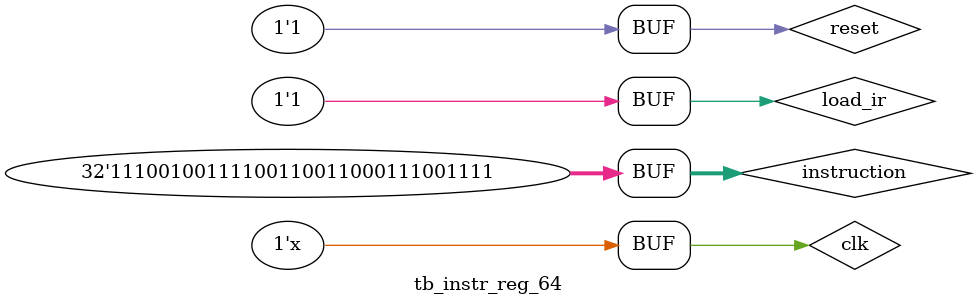
<source format=sv>
`include "../hdl/instr_reg.sv"
`timescale 1ns/1ns

module tb_instr_reg_64;

    // clock and reset
    logic clk;
    logic reset;

    // enable register data read
    logic load_ir;

    // register num
    logic [31:0] instruction;

    // instruction outputs
    logic [31:0] instr_all;
    logic [4:0] instr_25_21;
    logic [4:0] instr_20_16;
    logic [15:0] instr_15_0;

    instr_reg_64 inreg (
        .clk(clk),
        .reset(reset),
        .load_ir(load_ir),
        .instruction(instruction),
        .instr_all(instr_all),
        .instr_25_21(instr_25_21),
        .instr_20_16(instr_20_16),
        .instr_15_0(instr_15_0)
    );

    initial begin
        $monitor("\ntime  = %d\nload  = %b\nreset = %b\ninstr = %b\nall   = %b\n25-21 = %b\n20-16 = %b\n15-0  = %b\n\n===-==-===-==-===", $time, load_ir, reset, instruction, instr_all, instr_25_21, instr_20_16, instr_15_0);

        clk = 0;
        reset = 0;

        #4
        load_ir = 1;
        instruction = 64'b0101001000010011111111000001010101011111111101111001101010111111;

        #4
        load_ir = 1;
        instruction = 64'b1001001100111100111011011111001001110000100110101101001010101111;

        #4
        load_ir = 1;
        instruction = 64'b0110010000110010010100100100010001100000110111110011110101101000;

        #4
        load_ir = 0;
        instruction = 64'b0101001000010011111111000001010101011111111101111001101010111111;

        #4
        load_ir = 1;
        instruction = 64'b1011111101110111000011100010011111100100111100110011000111001111;
        reset = 1;

        #4;

    end

    always
        #1 clk = !clk;

endmodule: tb_instr_reg_64
</source>
